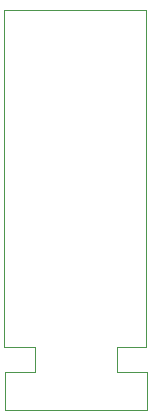
<source format=gbr>
%TF.GenerationSoftware,KiCad,Pcbnew,9.0.6*%
%TF.CreationDate,2026-01-03T02:21:31+00:00*%
%TF.ProjectId,Traffic-Light-Mod,54726166-6669-4632-9d4c-696768742d4d,rev?*%
%TF.SameCoordinates,Original*%
%TF.FileFunction,Profile,NP*%
%FSLAX46Y46*%
G04 Gerber Fmt 4.6, Leading zero omitted, Abs format (unit mm)*
G04 Created by KiCad (PCBNEW 9.0.6) date 2026-01-03 02:21:31*
%MOMM*%
%LPD*%
G01*
G04 APERTURE LIST*
%TA.AperFunction,Profile*%
%ADD10C,0.050000*%
%TD*%
G04 APERTURE END LIST*
D10*
X61100000Y-88600000D02*
X61100000Y-86500000D01*
X63600000Y-91800000D02*
X63600000Y-88600000D01*
X51600000Y-88600000D02*
X51600000Y-91800000D01*
X54100000Y-86500000D02*
X54100000Y-88600000D01*
X51500000Y-86500000D02*
X54100000Y-86500000D01*
X61100000Y-86500000D02*
X63500000Y-86500000D01*
X63600000Y-88600000D02*
X61100000Y-88600000D01*
X51600000Y-88600000D02*
X54100000Y-88600000D01*
X63600000Y-91800000D02*
X51600000Y-91800000D01*
X51500000Y-58000000D02*
X51500000Y-86500000D01*
X63500000Y-58000000D02*
X51500000Y-58000000D01*
X63500000Y-86500000D02*
X63500000Y-58000000D01*
M02*

</source>
